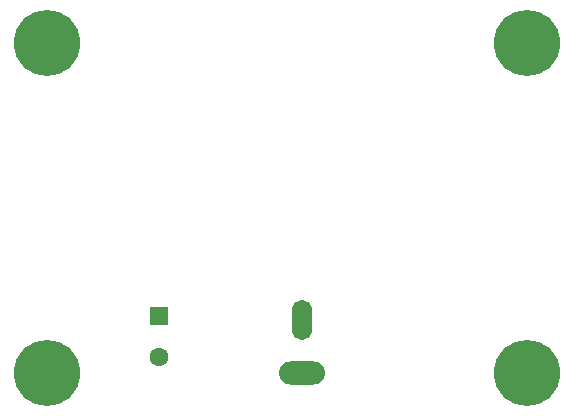
<source format=gbr>
%TF.GenerationSoftware,KiCad,Pcbnew,6.0.2+dfsg-1*%
%TF.CreationDate,2022-11-16T09:07:21-05:00*%
%TF.ProjectId,dragon-light-panel,64726167-6f6e-42d6-9c69-6768742d7061,rev?*%
%TF.SameCoordinates,Original*%
%TF.FileFunction,Copper,L2,Bot*%
%TF.FilePolarity,Positive*%
%FSLAX46Y46*%
G04 Gerber Fmt 4.6, Leading zero omitted, Abs format (unit mm)*
G04 Created by KiCad (PCBNEW 6.0.2+dfsg-1) date 2022-11-16 09:07:21*
%MOMM*%
%LPD*%
G01*
G04 APERTURE LIST*
%TA.AperFunction,ComponentPad*%
%ADD10C,5.600000*%
%TD*%
%TA.AperFunction,ComponentPad*%
%ADD11O,3.900000X1.950000*%
%TD*%
%TA.AperFunction,ComponentPad*%
%ADD12O,1.700000X3.400000*%
%TD*%
%TA.AperFunction,ComponentPad*%
%ADD13R,1.600000X1.600000*%
%TD*%
%TA.AperFunction,ComponentPad*%
%ADD14C,1.600000*%
%TD*%
G04 APERTURE END LIST*
D10*
%TO.P,H4,1,1*%
%TO.N,unconnected-(H4-Pad1)*%
X55880000Y-58420000D03*
%TD*%
%TO.P,H1,1,1*%
%TO.N,unconnected-(H1-Pad1)*%
X96520000Y-86360000D03*
%TD*%
%TO.P,H2,1,1*%
%TO.N,unconnected-(H2-Pad1)*%
X55880000Y-86360000D03*
%TD*%
%TO.P,H3,1,1*%
%TO.N,unconnected-(H3-Pad1)*%
X96520000Y-58420000D03*
%TD*%
D11*
%TO.P,J1,1*%
%TO.N,GND*%
X77470000Y-86360000D03*
D12*
%TO.P,J1,2*%
%TO.N,+12V*%
X77470000Y-81860000D03*
%TD*%
D13*
%TO.P,C1,1*%
%TO.N,+12V*%
X65405000Y-81532349D03*
D14*
%TO.P,C1,2*%
%TO.N,GND*%
X65405000Y-85032349D03*
%TD*%
M02*

</source>
